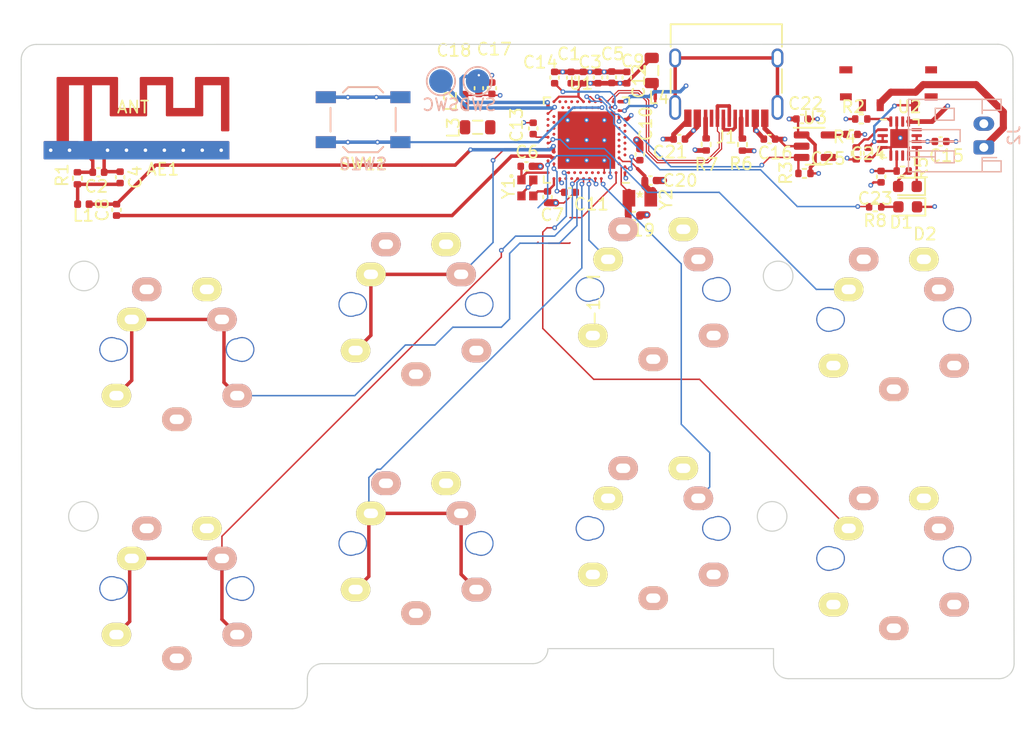
<source format=kicad_pcb>
(kicad_pcb (version 20211014) (generator pcbnew)
  (layers (0 "F.Cu" signal) (1 "In1.Cu" power) (2 "In2.Cu" power) (31 "B.Cu" signal) (34 "B.Paste" user) (35 "F.Paste" user) (36 "B.SilkS" user "B.Silkscreen") (37 "F.SilkS" user "F.Silkscreen") (38 "B.Mask" user) (39 "F.Mask" user) (44 "Edge.Cuts" user))
  (net 0 "")
  (net 1 "VDD_NRF")
  (net 2 "ANTENNA")
  (net 3 "Net-(C4-Pad1)")
  (net 4 "Net-(C6-Pad2)")
  (net 5 "Net-(C7-Pad2)")
  (net 6 "Net-(C8-Pad1)")
  (net 7 "VSS_PA")
  (net 8 "Net-(C10-Pad1)")
  (net 9 "Net-(C11-Pad1)")
  (net 10 "Net-(C13-Pad1)")
  (net 11 "Net-(C14-Pad1)")
  (net 12 "VDDH")
  (net 13 "VBUS")
  (net 14 "Net-(C17-Pad1)")
  (net 15 "Net-(C19-Pad1)")
  (net 16 "Net-(C20-Pad1)")
  (net 17 "VBAT")
  (net 18 "EXT_VCC")
  (net 19 "Net-(D1-Pad1)")
  (net 20 "Net-(D1-Pad2)")
  (net 21 "Net-(J1-PadA5)")
  (net 22 "D+")
  (net 23 "D-")
  (net 25 "Net-(J1-PadB5)")
  (net 27 "unconnected-(J1-PadS1)")
  (net 28 "Net-(L2-Pad2)")
  (net 29 "Net-(L3-Pad2)")
  (net 30 "Net-(D2-Pad2)")
  (net 31 "Net-(R2-Pad1)")
  (net 32 "POWER_PIN")
  (net 33 "Net-(R4-Pad2)")
  (net 34 "031")
  (net 35 "029")
  (net 36 "002")
  (net 37 "115")
  (net 38 "113")
  (net 41 "SWC")
  (net 42 "RESET")
  (net 47 "SWD")
  (net 48 "BLED")
  (net 49 "017")
  (net 50 "020")
  (net 51 "022")
  (net 52 "024")
  (net 53 "100")
  (net 59 "111")
  (net 60 "026")
  (net 63 "010")
  (net 65 "TXD")
  (net 66 "009")
  (net 68 "RXD")
  (net 70 "107")
  (net 72 "106")
  (net 73 "011")
  (net 75 "012")
  (net 76 "104")
  (net 78 "102")
  (net 79 "101")
  (net 84 "+BATT")
  (net 85 "GND")
  (net 86 "Net-(U1-PadAB2)")
  (footprint "Resistor_SMD:R_0402_1005Metric" (layer "F.Cu") (at 86.174 26.925 180)
    (fp_text reference "R8")
    (fp_text value "1k")
  )
  (footprint "Resistor_SMD:R_0402_1005Metric" (layer "F.Cu") (at 85 19.5 180)
    (fp_text reference "R2")
    (fp_text value "10k")
  )
  (footprint "Capacitor_SMD:C_0402_1005Metric" (layer "F.Cu") (at 59.1 16 90)
    (fp_text reference "C14")
    (fp_text value "4.7uf")
  )
  (footprint "footprints:CherryMX_Choc_1u_reversible" (layer "F.Cu") (at 87.747974 56.642)
    (fp_text reference "SW7" hide)
    (fp_text value "I" hide)
  )
  (footprint "footprints:CherryMX_Choc_1u_reversible" (layer "F.Cu") (at 27.192974 59.182)
    (fp_text reference "SW9" hide)
    (fp_text value "0" hide)
  )
  (footprint "Capacitor_SMD:C_0402_1005Metric" (layer "F.Cu") (at 67.2 24.7)
    (fp_text reference "C20")
    (fp_text value "12pF")
  )
  (footprint "Capacitor_SMD:C_0402_1005Metric" (layer "F.Cu") (at 80 19.5 180)
    (fp_text reference "C22")
    (fp_text value "4.7uf")
  )
  (footprint "Inductor_SMD:L_0805_2012Metric" (layer "F.Cu") (at 67.3 15.4 90)
    (fp_text reference "L4")
    (fp_text value "10uH")
  )
  (footprint "Package_DFN_QFN:VQFN-16-1EP_3x3mm_P0.5mm_EP1.6x1.6mm" (layer "F.Cu") (at 88.246 21.155)
    (fp_text reference "U2")
    (fp_text value "BQ24075RGT")
  )
  (footprint "Resistor_SMD:R_0402_1005Metric" (layer "F.Cu") (at 88.5 23.9 180)
    (fp_text reference "R5")
    (fp_text value "10k")
  )
  (footprint "Button_Switch_SMD:SW_SPST_TL3342" (layer "F.Cu") (at 42.926 19.558 180)
    (fp_text reference "SW11")
    (fp_text value "Reset Switch Back")
  )
  (footprint "Resistor_SMD:R_0402_1005Metric" (layer "F.Cu") (at 18.796 24.511 -90)
    (fp_text reference "R1")
    (fp_text value "0")
  )
  (footprint "footprints:CherryMX_Choc_1u_reversible" (layer "F.Cu") (at 67.427974 54.102)
    (fp_text reference "SW8" hide)
    (fp_text value "S" hide)
  )
  (footprint "Capacitor_SMD:C_0402_1005Metric" (layer "F.Cu") (at 62.765552 15.994829 90)
    (fp_text reference "C5")
    (fp_text value "100nf")
  )
  (footprint "Resistor_SMD:R_0402_1005Metric" (layer "F.Cu") (at 80.2 24.1 180)
    (fp_text reference "R3")
    (fp_text value "10M")
  )
  (footprint "Capacitor_SMD:C_0402_1005Metric" (layer "F.Cu") (at 60.497 16 90)
    (fp_text reference "C1")
    (fp_text value "4.7uf")
  )
  (footprint "MyAntennas:SWRA117D" (layer "F.Cu") (at 23.739974 19.431)
    (fp_text reference "AE1")
    (fp_text value "ANT")
  )
  (footprint "Inductor_SMD:L_0805_2012Metric" (layer "F.Cu") (at 52.6 20.2)
    (fp_text reference "L3")
    (fp_text value "10uH")
  )
  (footprint "footprints:CherryMX_Choc_1u_reversible" (layer "F.Cu") (at 47.392974 55.372)
    (fp_text reference "SW2" hide)
    (fp_text value "A" hide)
  )
  (footprint "Package_DFN_QFN:Nordic_AQFN-73-1EP_7x7mm_P0.5mm" (layer "F.Cu") (at 61.7915 21.2875 180)
    (fp_text reference "U1")
    (fp_text value "nRF52840")
  )
  (footprint "Capacitor_SMD:C_0402_1005Metric" (layer "F.Cu") (at 20.574 24.003)
    (fp_text reference "C2")
    (fp_text value "1.5pF")
  )
  (footprint "LED_SMD:LED_0603_1608Metric" (layer "F.Cu") (at 88.9 25.2 180)
    (fp_text reference "D1")
    (fp_text value "ORANGE")
  )
  (footprint "Capacitor_SMD:C_0402_1005Metric" (layer "F.Cu") (at 53.8 16.9 90)
    (fp_text reference "C17")
    (fp_text value "1uF")
  )
  (footprint "Capacitor_SMD:C_0402_1005Metric" (layer "F.Cu") (at 91.7 21.4)
    (fp_text reference "C15")
    (fp_text value "4.7uf")
  )
  (footprint "Capacitor_SMD:C_0402_1005Metric" (layer "F.Cu") (at 63.926 15.972 90)
    (fp_text reference "C9")
    (fp_text value "100nf")
  )
  (footprint "Resistor_SMD:R_0402_1005Metric" (layer "F.Cu") (at 71.9 21.650049 -90)
    (fp_text reference "R7")
    (fp_text value "5.1k")
  )
  (footprint "footprints:FC-12M 32.7680KA-A3" (layer "F.Cu") (at 66.3 26.2 180)
    (fp_text reference "Y2")
    (fp_text value " FC-12M")
  )
  (footprint "footprints:switch_MSK-12C02_smd" (layer "F.Cu") (at 87.3 15.1375 -90)
    (fp_text reference "SW1")
    (fp_text value "Power Switch")
  )
  (footprint "footprints:CherryMX_Choc_1u_reversible" (layer "F.Cu") (at 47.392974 35.172)
    (fp_text reference "SW5" hide)
    (fp_text value "Y" hide)
  )
  (footprint "Capacitor_SMD:C_0402_1005Metric" (layer "F.Cu") (at 77.250753 21.2)
    (fp_text reference "C16")
    (fp_text value "4.7uf")
  )
  (footprint "Capacitor_SMD:C_0402_1005Metric" (layer "F.Cu") (at 58.5 26.1 90)
    (fp_text reference "C7")
    (fp_text value "12pF")
  )
  (footprint "Connector_USB:USB_C_Receptacle_HRO_TYPE-C-31-M-12" (layer "F.Cu") (at 73.602292 15.39187 180)
    (fp_text reference "J1")
    (fp_text value "USB_C_Receptacle_USB2.0")
  )
  (footprint "Capacitor_SMD:C_0402_1005Metric" (layer "F.Cu") (at 61.513 16 90)
    (fp_text reference "C3")
    (fp_text value "100nf")
  )
  (footprint "Capacitor_SMD:C_0402_1005Metric" (layer "F.Cu") (at 56.72 23.5 180)
    (fp_text reference "C6")
    (fp_text value "12pF")
  )
  (footprint "Capacitor_SMD:C_0402_1005Metric" (layer "F.Cu") (at 60.4 25.7)
    (fp_text reference "C11")
    (fp_text value "100pf")
  )
  (footprint "Capacitor_SMD:C_0402_1005Metric" (layer "F.Cu") (at 84.2 20.8 180)
    (fp_text reference "C25")
    (fp_text value "4.7uf")
  )
  (footprint "Capacitor_SMD:C_0402_1005Metric" (layer "F.Cu") (at 65.196 16 90)
    (fp_text reference "C12")
    (fp_text value "1uf")
  )
  (footprint "Inductor_SMD:L_0402_1005Metric" (layer "F.Cu") (at 51.5 17.9 -90)
    (fp_text reference "L2")
    (fp_text value "15nH")
  )
  (footprint "Capacitor_SMD:C_0402_1005Metric" (layer "F.Cu") (at 22.1 27.18 -90)
    (fp_text reference "C8")
    (fp_text value "1pF")
  )
  (footprint "LED_SMD:LED_0603_1608Metric" (layer "F.Cu") (at 88.924 26.925 180)
    (fp_text reference "D2")
    (fp_text value "BLUE")
  )
  (footprint "footprints:CherryMX_Choc_1u_reversible" (layer "F.Cu") (at 67.427974 33.902)
    (fp_text reference "SW4" hide)
    (fp_text value "R" hide)
  )
  (footprint "Capacitor_SMD:C_0402_1005Metric" (layer "F.Cu") (at 65.8 27.7)
    (fp_text reference "C19")
    (fp_text value "12pF")
  )
  (footprint "Capacitor_SMD:C_0402_1005Metric" (layer "F.Cu") (at 22.402982 24.433916 90)
    (fp_text reference "C4")
    (fp_text value "1pF")
  )
  (footprint "footprints:CherryMX_Choc_1u_reversible" (layer "F.Cu") (at 87.747974 36.442)
    (fp_text reference "SW3" hide)
    (fp_text value "E" hide)
  )
  (footprint "Capacitor_SMD:C_0402_1005Metric" (layer "F.Cu") (at 86.674 24.375 90)
    (fp_text reference "C23")
    (fp_text value "4.7uf")
  )
  (footprint "Capacitor_SMD:C_0402_1005Metric" (layer "F.Cu") (at 69.630753 21.2)
    (fp_text reference "C21")
    (fp_text value "1uf")
  )
  (footprint "Resistor_SMD:R_0402_1005Metric" (layer "F.Cu") (at 84.574 22.406 90)
    (fp_text reference "R4")
    (fp_text value "10k")
  )
  (footprint "Package_TO_SOT_SMD:SOT-23-5" (layer "F.Cu") (at 81.1 21.8)
    (fp_text reference "U3")
    (fp_text value "XC6220B331MR")
  )
  (footprint "footprints:CherryMX_Choc_1u_reversible" (layer "F.Cu") (at 27.192974 38.982)
    (fp_text reference "SW6" hide)
    (fp_text value "T" hide)
  )
  (footprint "Capacitor_SMD:C_0402_1005Metric" (layer "F.Cu") (at 85.574 22.406 -90)
    (fp_text reference "C24")
    (fp_text value "4.7uf")
  )
  (footprint "Capacitor_SMD:C_0402_1005Metric" (layer "F.Cu") (at 66.3 22.5 90)
    (fp_text reference "C10")
    (fp_text value "100nf")
  )
  (footprint "footprints:OSC_XRCGB32M000F1H50R0" (layer "F.Cu") (at 56.8 25.328)
    (fp_text reference "Y1")
    (fp_text value "32MHz xRCGB32M000F1H50R0")
  )
  (footprint "Inductor_SMD:L_0402_1005Metric" (layer "F.Cu") (at 19.3 26.7)
    (fp_text reference "L1")
    (fp_text value "3.9nH")
  )
  (footprint "Capacitor_SMD:C_0402_1005Metric" (layer "F.Cu") (at 52.7 16.9 90)
    (fp_text reference "C18")
    (fp_text value "47nF")
  )
  (footprint "Resistor_SMD:R_0402_1005Metric" (layer "F.Cu") (at 74.964753 21.664 -90)
    (fp_text reference "R6")
    (fp_text value "5.1k")
  )
  (footprint "Capacitor_SMD:C_0402_1005Metric" (layer "F.Cu") (at 57.29 20.3 90)
    (fp_text reference "C13")
    (fp_text value "820pf")
  )
  (footprint "TestPoint:TestPoint_Pad_D2.0mm" (layer "B.Cu") (at 52.6 16.3)
    (fp_text reference "SWD")
    (fp_text value "TestPoint_Pad_D2.0mm")
  )
  (footprint "Connector_JST:JST_PH_S2B-PH-K_1x02_P2.00mm_Horizontal" (layer "B.Cu") (at 95.35 21.9 90)
    (fp_text reference "J2")
    (fp_text value "JST Battery")
  )
  (footprint "Button_Switch_SMD:SW_SPST_TL3342" (layer "B.Cu") (at 42.926 19.558)
    (fp_text reference "SW10")
    (fp_text value "Reset Switch Front")
  )
  (footprint "TestPoint:TestPoint_Pad_D2.0mm" (layer "B.Cu") (at 49.5 16.3)
    (fp_text reference "SWC")
    (fp_text value "TestPoint_Pad_D2.0mm")
  )
  (gr_arc (start 38.217974 66.802) (mid 38.589948 65.903974) (end 39.487974 65.532) (layer "Edge.Cuts") (width 0.1))
  (gr_arc (start 38.217974 68.072) (mid 37.846 68.970026) (end 36.947974 69.342) (layer "Edge.Cuts") (width 0.1))
  (gr_circle (center 77.978 32.766) (end 79.228 32.766) (layer "Edge.Cuts") (width 0.1) (fill none))
  (gr_line (start 77.587974 64.262) (end 77.587974 65.532) (layer "Edge.Cuts") (width 0.1))
  (gr_line (start 38.217974 68.072) (end 38.217974 66.802) (layer "Edge.Cuts") (width 0.1))
  (gr_arc (start 96.541954 13.185013) (mid 97.439996 13.556978) (end 97.811954 14.455013) (layer "Edge.Cuts") (width 0.1))
  (gr_line (start 15.357974 69.342) (end 36.947974 69.342) (layer "Edge.Cuts") (width 0.1))
  (gr_line (start 96.541954 13.185013) (end 15.32 13.2) (layer "Edge.Cuts") (width 0.1))
  (gr_arc (start 58.537974 64.262) (mid 58.166 65.160026) (end 57.267974 65.532) (layer "Edge.Cuts") (width 0.1))
  (gr_arc (start 14.05 14.47) (mid 14.421973 13.571965) (end 15.32 13.2) (layer "Edge.Cuts") (width 0.1))
  (gr_arc (start 78.857974 66.802) (mid 77.959948 66.430026) (end 77.587974 65.532) (layer "Edge.Cuts") (width 0.1))
  (gr_circle (center 19.304 53.086) (end 20.554 53.086) (layer "Edge.Cuts") (width 0.1) (fill none))
  (gr_line (start 58.537974 64.262) (end 77.587974 64.262) (layer "Edge.Cuts") (width 0.1))
  (gr_arc (start 15.357974 69.342) (mid 14.459948 68.970026) (end 14.087974 68.072) (layer "Edge.Cuts") (width 0.1))
  (gr_line (start 39.487974 65.532) (end 57.267974 65.532) (layer "Edge.Cuts") (width 0.1))
  (gr_circle (center 77.47 53.086) (end 78.72 53.086) (layer "Edge.Cuts") (width 0.1) (fill none))
  (gr_line (start 78.857974 66.802) (end 96.637974 66.802) (layer "Edge.Cuts") (width 0.1))
  (gr_arc (start 97.907974 65.532) (mid 97.536 66.430026) (end 96.637974 66.802) (layer "Edge.Cuts") (width 0.1))
  (gr_line (start 97.907974 65.532) (end 97.811954 14.455013) (layer "Edge.Cuts") (width 0.1))
  (gr_line (start 14.05 14.47) (end 14.087974 68.072) (layer "Edge.Cuts") (width 0.1))
  (gr_circle (center 19.352 32.766) (end 20.602 32.766) (layer "Edge.Cuts") (width 0.1) (fill none))
  (segment (start 59.5415 24.7415) (end 59.7 24.9) (width 0.2) (layer "F.Cu") (net 1))
  (segment (start 61.118503 16.874497) (end 61.513 16.48) (width 0.2) (layer "F.Cu") (net 1))
  (segment (start 65.196 16.48) (end 65.196 16.4415) (width 0.29337) (layer "F.Cu") (net 1))
  (segment (start 64.62 16.48) (end 65.196 16.48) (width 0.4) (layer "F.Cu") (net 1))
  (segment (start 65.0415 19.5375) (end 65.218774 19.5375) (width 0.29337) (layer "F.Cu") (net 1))
  (segment (start 65.0415 24.0375) (end 65.0415 24.4255) (width 0.2) (layer "F.Cu") (net 1))
  (segment (start 65.196 16.4415) (end 67.3 14.3375) (width 0.29337) (layer "F.Cu") (net 1))
  (segment (start 59.5415 24.5375) (end 59.5415 24.7415) (width 0.2) (layer "F.Cu") (net 1))
  (segment (start 65.0415 24.4255) (end 65.116 24.5) (width 0.2) (layer "F.Cu") (net 1))
  (segment (start 60.497 16.48) (end 62.12 16.48) (width 0.4) (layer "F.Cu") (net 1))
  (segment (start 62.12 16.48) (end 64.62 16.48) (width 0.4) (layer "F.Cu") (net 1))
  (segment (start 61.118503 17.614503) (end 59.464497 17.614503) (width 0.175006) (layer "F.Cu") (net 1))
  (segment (start 65.218774 19.5375) (end 65.566731 19.189543) (width 0.29337) (layer "F.Cu") (net 1))
  (segment (start 61.118503 17.614503) (end 61.118503 16.874497) (width 0.2) (layer "F.Cu") (net 1))
  (segment (start 61.5415 18.0375) (end 61.118503 17.614503) (width 0.175006) (layer "F.Cu") (net 1))
  (segment (start 59.464497 17.614503) (end 59.0415 18.0375) (width 0.175006) (layer "F.Cu") (net 1))
  (via (at 62.12 16.48) (size 0.4) (drill 0.2) (layers "F.Cu" "B.Cu") (net 1))
  (via (at 59.7 24.9) (size 0.4) (drill 0.2) (layers "F.Cu" "B.Cu") (net 1))
  (via (at 65.116 24.5) (size 0.4) (drill 0.2) (layers "F.Cu" "B.Cu") (net 1))
  (via (at 65.566731 19.189543) (size 0.4) (drill 0.2) (layers "F.Cu" "B.Cu") (net 1))
  (via (at 64.62 16.48) (size 0.4) (drill 0.2) (layers "F.Cu" "B.Cu") (net 1))
  (segment (start 18.796 24.001) (end 20.092 24.001) (width 0.29337) (layer "F.Cu") (net 2))
  (segment (start 20.094 23.025026) (end 19.679974 22.611) (width 0.29337) (layer "F.Cu") (net 2))
  (segment (start 20.094 24.003) (end 20.094 23.025026) (width 0.29337) (layer "F.Cu") (net 2))
  (segment (start 20.092 24.001) (end 20.094 24.003) (width 0.29337) (layer "F.Cu") (net 2))
  (segment (start 18.815 25.04) (end 18.796 25.021) (width 0.29337) (layer "F.Cu") (net 3))
  (segment (start 22.295898 25.021) (end 22.402982 24.913916) (width 0.29337) (layer "F.Cu") (net 3))
  (segment (start 18.796 25.021) (end 22.295898 25.021) (width 0.29337) (layer "F.Cu") (net 3))
  (segment (start 18.815 26.7) (end 18.815 25.04) (width 0.29337) (layer "F.Cu") (net 3))
  (segment (start 56.3 24.474) (end 56.7365 24.0375) (width 0.2) (layer "F.Cu") (net 4))
  (segment (start 56.3 24.653) (end 56.3 23.56) (width 0.2) (layer "F.Cu") (net 4))
  (segment (start 56.3 23.56) (end 56.24 23.5) (width 0.2) (layer "F.Cu") (net 4))
  (segment (start 56.7365 24.0375) (end 58.5415 24.0375) (width 0.2) (layer "F.Cu") (net 4))
  (segment (start 56.3 24.653) (end 56.3 24.474) (width 0.2) (layer "F.Cu") (net 4))
  (segment (start 59.0415 25.0785) (end 58.5 25.62) (width 0.2) (layer "F.Cu") (net 5))
  (segment (start 58.5 25.62) (end 57.683 25.62) (width 0.2) (layer "F.Cu") (net 5))
  (segment (start 57.683 25.62) (end 57.3 26.003) (width 0.2) (layer "F.Cu") (net 5))
  (segment (start 59.0415 24.5375) (end 59.0415 25.0785) (width 0.2) (layer "F.Cu") (net 5))
  (segment (start 25.4 23.4) (end 47.9 23.4) (width 0.29337) (layer "F.Cu") (net 6))
  (segment (start 59 22.246) (end 59.0415 22.2875) (width 0.29337) (layer "F.Cu") (net 6))
  (segment (start 50.7 23.4) (end 52 22.1) (width 0.29337) (layer "F.Cu") (net 6))
  (segment (start 22.1 26.7) (end 19.785 26.7) (width 0.29337) (layer "F.Cu") (net 6))
  (segment (start 22.1 26.7) (end 25.4 23.4) (width 0.29337) (layer "F.Cu") (net 6))
  (segment (start 47.9 23.4) (end 50.7 23.4) (width 0.29337) (layer "F.Cu") (net 6))
  (segment (start 59 21.8) (end 59 22.246) (width 0.29337) (layer "F.Cu") (net 6))
  (via (at 59 21.8) (size 0.4) (drill 0.2) (layers "F.Cu" "B.Cu") (net 6))
  (via (at 52 22.1) (size 0.4) (drill 0.2) (layers "F.Cu" "B.Cu") (net 6))
  (segment (start 58.7 22.1) (end 59 21.8) (width 0.29337) (layer "B.Cu") (net 6))
  (segment (start 52 22.1) (end 58.7 22.1) (width 0.29337) (layer "B.Cu") (net 6))
  (segment (start 58.8875 22.7875) (end 59.0415 22.7875) (width 0.29337) (layer "F.Cu") (net 7))
  (segment (start 22.1 27.66) (end 50.44 27.66) (width 0.29337) (layer "F.Cu") (net 7))
  (segment (start 58.738815 22.638815) (end 58.8875 22.7875) (width 0.29337) (layer "F.Cu") (net 7))
  (segment (start 50.44 27.66) (end 55.461185 22.638815) (width 0.29337) (layer "F.Cu") (net 7))
  (segment (start 55.461185 22.638815) (end 58.738815 22.638815) (width 0.29337) (layer "F.Cu") (net 7))
  (segment (start 65.204 23.7) (end 65.0415 23.5375) (width 0.127) (layer "F.Cu") (net 8))
  (segment (start 66.08 23.18) (end 65.6 22.7) (width 0.127) (layer "F.Cu") (net 8))
  (segment (start 65.5 23.7) (end 65.204 23.7) (width 0.127) (layer "F.Cu") (net 8))
  (segment (start 66.3 23.18) (end 66.08 23.18) (width 0.127) (layer "F.Cu") (net 8))
  (via (at 65.6 22.7) (size 0.4) (drill 0.2) (layers "F.Cu" "B.Cu") (net 8))
  (via (at 65.5 23.7) (size 0.4) (drill 0.2) (layers "F.Cu" "B.Cu") (net 8))
  (segment (start 65.6 23.6) (end 65.5 23.7) (width 0.127) (layer "B.Cu") (net 8))
  (segment (start 65.6 22.7) (end 65.6 23.6) (width 0.127) (layer "B.Cu") (net 8))
  (segment (start 59.0415 23.698498) (end 59.039998 23.7) (width 0.127) (layer "F.Cu") (net 9))
  (segment (start 59.3 25.6) (end 59.92 25.6) (width 0.127) (layer "F.Cu") (net 9))
  (segment (start 59.0415 23.2875) (end 59.0415 23.698498) (width 0.127) (layer "F.Cu") (net 9))
  (via (at 59.3 25.6) (size 0.4) (drill 0.2) (layers "F.Cu" "B.Cu") (net 9))
  (via (at 59.039998 23.7) (size 0.4) (drill 0.2) (layers "F.Cu" "B.Cu") (net 9))
  (segment (start 59.3 23.960002) (end 59.3 25.6) (width 0.127) (layer "B.Cu") (net 9))
  (segment (start 59.039998 23.7) (end 59.3 23.960002) (width 0.127) (layer "B.Cu") (net 9))
  (segment (start 57.5475 21.0375) (end 57.29 20.78) (width 0.127) (layer "F.Cu") (net 10))
  (segment (start 58.5415 21.0375) (end 57.5475 21.0375) (width 0.127) (layer "F.Cu") (net 10))
  (segment (start 64.196102 18.496718) (end 63.832282 18.496718) (width 0.175006) (layer "F.Cu") (net 11))
  (segment (start 59.1 16.48) (end 59.1 16.5) (width 0.175006) (layer "F.Cu") (net 11))
  (segment (start 63.832282 18.496718) (end 63.7915 18.5375) (width 0.175006) (layer "F.Cu") (net 11))
  (segment (start 59.1 16.5) (end 59.8 17.2) (width 0.175006) (layer "F.Cu") (net 11))
  (via (at 59.8 17.2) (size 0.4) (drill 0.2) (layers "F.Cu" "B.Cu") (net 11))
  (via (at 64.196102 18.496718) (size 0.4) (drill 0.2) (layers "F.Cu" "B.Cu") (net 11))
  (segment (start 59.8 17.2) (end 62.899384 17.2) (width 0.175006) (layer "B.Cu") (net 11))
  (segment (start 64.196102 18.496718) (end 64.196102 17.596102) (width 0.127) (layer "B.Cu") (net 11))
  (segment (start 64.196102 17.596102) (end 63.8 17.2) (width 0.127) (layer "B.Cu") (net 11))
  (segment (start 63.8 17.2) (end 62.899384 17.2) (width 0.127) (layer "B.Cu") (net 11))
  (segment (start 80.71 24.1) (end 80.71 23.59) (width 0.29337) (layer "F.Cu") (net 12))
  (segment (start 90.595 21.405) (end 90.6 21.4) (width 0.2) (layer "F.Cu") (net 12))
  (segment (start 64.5415 19.2875) (end 64.5415 19.698498) (width 0.2) (layer "F.Cu") (net 12))
  (segment (start 87.895 23.895) (end 87.99 23.8) (width 0.2) (layer "F.Cu") (net 12))
  (segment (start 64.5415 19.698498) (end 64.543002 19.7) (width 0.2) (layer "F.Cu") (net 12))
  (segment (start 81.1 23.2) (end 81.1 21.675819) (width 0.29337) (layer "F.Cu") (net 12))
  (segment (start 79.908159 20.85) (end 79.6625 20.85) (width 0.2) (layer "F.Cu") (net 12))
  (segment (start 79.6625 20.85) (end 79.6625 19.6425) (width 0.2) (layer "F.Cu") (net 12))
  (segment (start 79.6625 19.6425) (end 79.52 19.5) (width 0.2) (layer "F.Cu") (net 12))
  (segment (start 80.274181 20.85) (end 79.9625 20.85) (width 0.29337) (layer "F.Cu") (net 12))
  (segment (start 87.99 22.5985) (end 87.996 22.5925) (width 0.2) (layer "F.Cu") (net 12))
  (segment (start 80.71 23.59) (end 81.1 23.2) (width 0.29337) (layer "F.Cu") (net 12))
  (segment (start 87.99 23.8) (end 87.99 22.5985) (width 0.2) (layer "F.Cu") (net 12))
  (segment (start 81.1 21.675819) (end 80.274181 20.85) (width 0.29337) (layer "F.Cu") (net 12))
  (segment (start 80.71 24.1) (end 81.4 24.1) (width 0.2) (layer "F.Cu") (net 12))
  (segment (start 91.22 21.4) (end 90.6 21.4) (width 0.2) (layer "F.Cu") (net 12))
  (segment (start 86.674 23.895) (end 87.895 23.895) (width 0.2) (layer "F.Cu") (net 12))
  (segment (start 89.6835 21.405) (end 90.595 21.405) (width 0.2) (layer "F.Cu") (net 12))
  (segment (start 89.6835 20.905) (end 89.6835 21.405) (width 0.2) (layer "F.Cu") (net 12))
  (segment (start 85.905 23.895) (end 85.9 23.9) (width 0.2) (layer "F.Cu") (net 12))
  (segment (start 86.674 23.895) (end 85.905 23.895) (width 0.2) (layer "F.Cu") (net 12))
  (segment (start 78.9 19.5) (end 79.52 19.5) (width 0.4) (layer "F.Cu") (net 12))
  (via (at 64.543002 19.7) (size 0.4) (drill 0.2) (layers "F.Cu" "B.Cu") (net 12))
  (via (at 90.6 21.4) (size 0.4) (drill 0.2) (layers "F.Cu" "B.Cu") (net 12))
  (via (at 85.9 23.9) (size 0.4) (drill 0.2) (layers "F.Cu" "B.Cu") (net 12))
  (via (at 78.9 19.5) (size 0.4) (drill 0.2) (layers "F.Cu" "B.Cu") (net 12))
  (via (at 81.4 24.1) (size 0.4) (drill 0.2) (layers "F.Cu" "B.Cu") (net 12))
  (segment (start 76.770753 21.2) (end 76.150753 20.5) (width 0.4) (layer "F.Cu") (net 13))
  (segment (start 64.5415 18.0375) (end 65.0625 18.0375) (width 0.3) (layer "F.Cu") (net 13))
  (segment (start 70.830753 20.48) (end 71.152292 20.158461) (width 0.4) (layer "F.Cu") (net 13))
  (segment (start 71.152292 20.158461) (end 71.152292 19.43687) (width 0.4) (layer "F.Cu") (net 13))
  (segment (start 76.150753 20.5) (end 76.052292 20.481539) (width 0.4) (layer "F.Cu") (net 13))
  (segment (start 65.0625 18.0375) (end 65.1 18) (width 0.3) (layer "F.Cu") (net 13))
  (segment (start 90.9825 19.7175) (end 92.3 18.4) (width 0.4) (layer "F.Cu") (net 13))
  (segment (start 70.110753 21.2) (end 70.830753 20.48) (width 0.4) (layer "F.Cu") (net 13))
  (segment (start 88.996 19.7175) (end 90.9825 19.7175) (width 0.4) (layer "F.Cu") (net 13))
  (segment (start 76.052292 20.481539) (end 76.052292 19.43687) (width 0.4) (layer "F.Cu") (net 13))
  (via (at 70.2 16.7) (size 0.4) (drill 0.2) (layers "F.Cu" "B.Cu") (net 13))
  (via (at 76.150753 20.5) (size 0.4) (drill 0.2) (layers "F.Cu" "B.Cu") (net 13))
  (via (at 92.3 18.4) (size 0.4) (drill 0.2) (layers "F.Cu" "B.Cu") (net 13))
  (via (at 70.830753 20.48) (size 0.4) (drill 0.2) (layers "F.Cu" "B.Cu") (net 13))
  (via (at 65.1 18) (size 0.4) (drill 0.2) (layers "F.Cu" "B.Cu") (net 13))
  (segment (start 67.1 17.6) (end 65.5 17.6) (width 0.29337) (layer "B.Cu") (net 13))
  (segment (start 67.1 17.6) (end 67.501815 17.198185) (width 0.29337) (layer "B.Cu") (net 13))
  (segment (start 69.701815 17.198185) (end 70.2 16.7) (width 0.29337) (layer "B.Cu") (net 13))
  (segment (start 65.5 17.6) (end 65.1 18) (width 0.29337) (layer "B.Cu") (net 13))
  (segment (start 67.501815 17.198185) (end 69.701815 17.198185) (width 0.29337) (layer "B.Cu") (net 13))
  (segment (start 63.7915 24.0375) (end 63.7915 24.4915) (width 0.127) (layer "F.Cu") (net 14))
  (segment (start 58.5415 23.345546) (end 58.51174 23.375306) (width 0.127) (layer "F.Cu") (net 14))
  (segment (start 63.7915 24.4915) (end 63.8 24.5) (width 0.127) (layer "F.Cu") (net 14))
  (segment (start 54.5 17.5) (end 51.585 17.5) (width 0.127) (layer "F.Cu") (net 14))
  (segment (start 58.5415 23.0375) (end 58.5415 23.345546) (width 0.127) (layer "F.Cu") (net 14))
  (segment (start 57.7 29.915) (end 57.615 30) (width 0.127) (layer "F.Cu") (net 14))
  (via (at 54.5 17.5) (size 0.4) (drill 0.2) (layers "F.Cu" "B.Cu") (net 14))
  (via (at 63.8 24.4) (size 0.4) (drill 0.2) (layers "F.Cu" "B.Cu") (net 14))
  (via (at 58.51174 23.375306) (size 0.4) (drill 0.2) (layers "F.Cu" "B.Cu") (net 14))
  (segment (start 58.51174 26.18826) (end 57.7 27) (width 0.127) (layer "B.Cu") (net 14))
  (segment (start 63.8 24.5) (end 63.8 22.947749) (width 0.127) (layer "B.Cu") (net 14))
  (segment (start 63.452251 22.6) (end 59.287046 22.6) (width 0.127) (layer "B.Cu") (net 14))
  (segment (start 63.8 22.947749) (end 63.452251 22.6) (width 0.127) (layer "B.Cu") (net 14))
  (segment (start 59.287046 22.6) (end 58.51174 23.375306) (width 0.127) (layer "B.Cu") (net 14))
  (segment (start 58.51174 23.375306) (end 58.51174 26.18826) (width 0.127) (layer "B.Cu") (net 14))
  (segment (start 64.726 25.0482) (end 64.726 23.472) (width 0.127) (layer "F.Cu") (net 15))
  (segment (start 65.3778 25.7) (end 64.726 25.0482) (width 0.127) (layer "F.Cu") (net 15))
  (segment (start 65.32 27.6) (end 65.32 26.2578) (width 0.6) (layer "F.Cu") (net 15))
  (segment (start 65.32 25.7578) (end 65.3778 25.7) (width 0.6) (layer "F.Cu") (net 15))
  (segment (start 64.726 23.472) (end 64.5415 23.2875) (width 0.127) (layer "F.Cu") (net 15))
  (segment (start 66.6 24.2) (end 66.1 23.7) (width 0.127) (layer "F.Cu") (net 16))
  (segment (start 66.72 24.2) (end 66.6 24.2) (width 0.127) (layer "F.Cu") (net 16))
  (segment (start 64.8445 23.0905) (end 64.5415 22.7875) (width 0.127) (layer "F.Cu") (net 16))
  (segment (start 66.72 24.7) (end 66.72 24.32) (width 0.29337) (layer "F.Cu") (net 16))
  (segment (start 65.4905 23.0905) (end 64.8445 23.0905) (width 0.127) (layer "F.Cu") (net 16))
  (segment (start 66.72 25.1978) (end 67.2222 25.7) (width 0.6) (layer "F.Cu") (net 16))
  (segment (start 64.654 22.9) (end 64.5415 22.7875) (width 0.127) (layer "F.Cu") (net 16))
  (segment (start 66.72 25.1978) (end 66.72 24.7) (width 0.6) (layer "F.Cu") (net 16))
  (segment (start 67.38 25.5422) (end 67.2222 25.7) (width 0.6) (layer "F.Cu") (net 16))
  (segment (start 66.1 23.7) (end 65.4905 23.0905) (width 0.127) (layer "F.Cu") (net 16))
  (segment (start 66.72 24.32) (end 66.1 23.7) (width 0.29337) (layer "F.Cu") (net 16))
  (segment (start 86.8085 21.405) (end 86.8085 20.905) (width 0.2) (layer "F.Cu") (net 17))
  (segment (start 85.574 21.926) (end 86.095 21.405) (width 0.2) (layer "F.Cu") (net 17))
  (segment (start 86.095 21.405) (end 86.8085 21.405) (width 0.2) (layer "F.Cu") (net 17))
  (segment (start 87.8625 18.3375) (end 87.8 18.4) (width 0.2) (layer "F.Cu") (net 17))
  (segment (start 89.5 18.3375) (end 87.8625 18.3375) (width 0.2) (layer "F.Cu") (net 17))
  (via (at 87.8 18.4) (size 0.4) (drill 0.2) (layers "F.Cu" "B.Cu") (net 17))
  (via (at 86.095 21.405) (size 0.4) (drill 0.2) (layers "F.Cu" "B.Cu") (net 17))
  (segment (start 87.8 18.4) (end 86.095 20.105) (width 0.2) (layer "B.Cu") (net 17))
  (segment (start 86.095 20.105) (end 86.095 21.405) (width 0.2) (layer "B.Cu") (net 17))
  (segment (start 81.9375 20.85) (end 83.47 20.85) (width 0.2) (layer "F.Cu") (net 18))
  (segment (start 89.6835 21.905) (end 89.6835 25.196) (width 0.2) (layer "F.Cu") (net 19))
  (segment (start 89.6835 25.196) (end 89.6875 25.2) (width 0.2) (layer "F.Cu") (net 19))
  (segment (start 88.1125 24.6975) (end 89.01 23.8) (width 0.2) (layer "F.Cu") (net 20))
  (segment (start 88.1125 25.2) (end 88.1125 24.6975) (width 0.2) (layer "F.Cu") (net 20))
  (segment (start 74.852292 21.041539) (end 74.852292 19.43687) (width 0.4) (layer "F.Cu") (net 21))
  (segment (start 74.964753 21.154) (end 74.852292 21.041539) (width 0.4) (layer "F.Cu") (net 21))
  (segment (start 67.841422 23) (end 67.049317 22.207895) (width 0.1) (layer "F.Cu") (net 22))
  (segment (start 67.049317 22.207895) (end 67.049317 17.907895) (width 0.1) (layer "F.Cu") (net 22))
  (segment (start 73.002292 20.674371) (end 73.002292 21.956286) (width 0.1) (layer "F.Cu") (net 22))
  (segment (start 64.479 17.1) (end 63.5415 18.0375) (width 0.1) (layer "F.Cu") (net 22))
  (segment (start 66.241422 17.1) (end 64.479 17.1) (width 0.1) (layer "F.Cu") (net 22))
  (segment (start 67.049317 17.907895) (end 66.241422 17.1) (width 0.1) (layer "F.Cu") (net 22))
  (segment (start 72.852292 19.43687) (end 72.852292 20.524371) (width 0.1) (layer "F.Cu") (net 22))
  (segment (start 72.852292 20.524371) (end 73.002292 20.674371) (width 0.1) (layer "F.Cu") (net 22))
  (segment (start 73.850753 18.4) (end 73.852292 18.401539) (width 0.3) (layer "F.Cu") (net 22))
  (segment (start 73.002292 21.956286) (end 71.958578 23) (width 0.1) (layer "F.Cu") (net 22))
  (segment (start 72.864162 18.4) (end 73.850753 18.4) (width 0.3) (layer "F.Cu") (net 22))
  (segment (start 72.852292 19.43687) (end 72.852292 18.41187) (width 0.3) (layer "F.Cu") (net 22))
  (segment (start 72.852292 18.41187) (end 72.864162 18.4) (width 0.3) (layer "F.Cu") (net 22))
  (segment (start 73.852292 18.401539) (end 73.852292 19.43687) (width 0.3) (layer "F.Cu") (net 22))
  (segment (start 71.958578 23) (end 67.841422 23) (width 0.1) (layer "F.Cu") (net 22))
  (segment (start 64.0415 17.820343) (end 64.0415 18.0375) (width 0.1) (layer "F.Cu") (net 23))
  (segment (start 73.202292 22.03913) (end 72.041422 23.2) (width 0.1) (layer "F.Cu") (net 23))
  (segment (start 67.758578 23.2) (end 66.849317 22.290739) (width 0.1) (layer "F.Cu") (net 23))
  (segment (start 66.849317 17.990739) (end 66.158578 17.3) (width 0.1) (layer "F.Cu") (net 23))
  (segment (start 64.561843 17.3) (end 64.0415 17.820343) (width 0.1) (layer "F.Cu") (net 23))
  (segment (start 72.041422 23.2) (end 67.758578 23.2) (width 0.1) (layer "F.Cu") (net 23))
  (segment (start 74.163422 20.41187) (end 74.352292 20.223) (width 0.3) (layer "F.Cu") (net 23))
  (segment (start 73.352292 20.524371) (end 73.202292 20.674371) (width 0.1) (layer "F.Cu") (net 23))
  (segment (start 66.158578 17.3) (end 64.561843 17.3) (width 0.1) (layer "F.Cu") (net 23))
  (segment (start 73.352292 19.43687) (end 73.352292 20.31187) (width 0.3) (layer "F.Cu") (net 23))
  (segment (start 73.452292 20.41187) (end 74.163422 20.41187) (width 0.3) (layer "F.Cu") (net 23))
  (segment (start 73.202292 20.674371) (end 73.202292 22.03913) (width 0.1) (layer "F.Cu") (net 23))
  (segment (start 73.352292 20.31187) (end 73.452292 20.41187) (width 0.3) (layer "F.Cu") (net 23))
  (segment (start 74.352292 20.223) (end 74.352292 19.43687) (width 0.3) (layer "F.Cu") (net 23))
  (segment (start 73.352292 19.43687) (end 73.352292 20.524371) (width 0.1) (layer "F.Cu") (net 23))
  (segment (start 66.849317 22.290739) (end 66.849317 17.990739) (width 0.1) (layer "F.Cu") (net 23))
  (segment (start 71.852292 21.092341) (end 71.852292 19.43687) (width 0.4) (layer "F.Cu") (net 25))
  (segment (start 71.9 21.140049) (end 71.852292 21.092341) (width 0.4) (layer "F.Cu") (net 25))
  (segment (start 69.282292 14.34187) (end 77.922292 14.34187) (width 0.29337) (layer "F.Cu") (net 27))
  (segment (start 77.922292 14.34187) (end 77.922292 18.52187) (width 0.29337) (layer "F.Cu") (net 27))
  (segment (start 69.282292 18.52187) (end 69.282292 14.34187) (width 0.29337) (layer "F.Cu") (net 27))
  (segment (start 60.3625 30) (end 60.4 29.9625) (width 0.127) (layer "F.Cu") (net 28))
  (segment (start 58.585 30) (end 60.3625 30) (width 0.127) (layer "F.Cu") (net 28))
  (segment (start 61.3625 27.8375) (end 60.4 27.8375) (width 0.127) (layer "F.Cu") (net 29))
  (segment (start 64.2915 24.9085) (end 61.3625 27.8375) (width 0.127) (layer "F.Cu") (net 29))
  (segment (start 64.2915 24.0375) (end 64.2915 24.9085) (width 0.127) (layer "F.Cu") (net 29))
  (segment (start 88.1365 26.925) (end 86.684 26.925) (width 0.2) (layer "F.Cu") (net 30))
  (segment (start 87.2785 19.5) (end 87.496 19.7175) (width 0.2) (layer "F.Cu") (net 31))
  (segment (start 85.51 19.5) (end 87.2785 19.5) (width 0.2) (layer "F.Cu") (net 31))
  (segment (start 79.69 22.7775) (end 79.6625 22.75) (width 0.2) (layer "F.Cu") (net 32))
  (segment (start 63.0415 18.0375) (end 63.0415 17.955503) (width 0.175006) (layer "F.Cu") (net 32))
  (segment (start 79.6625 22.75) (end 77.25 22.75) (width 0.127) (layer "F.Cu") (net 32))
  (segment (start 79.69 24.1) (end 79.69 22.7775) (width 0.2) (layer "F.Cu") (net 32))
  (segment (start 63.0415 17.955503) (end 62.7 17.614003) (width 0.175006) (layer "F.Cu") (net 32))
  (segment (start 77.25 22.75) (end 76.6 23.4) (width 0.127) (layer "F.Cu") (net 32))
  (via (at 62.7 17.614003) (size 0.4) (drill 0.2) (layers "F.Cu" "B.Cu") (net 32))
  (via (at 76.6 23.4) (size 0.4) (drill 0.2) (layers "F.Cu" "B.Cu") (net 32))
  (segment (start 68.547133 23.15188) (end 68.447627 23.052373) (width 0.127) (layer "B.Cu") (net 32))
  (segment (start 68.931754 23.5365) (end 76.4635 23.5365) (width 0.127) (layer "B.Cu") (net 32))
  (segment (start 76.4635 23.5365) (end 76.6 23.4) (width 0.127) (layer "B.Cu") (net 32))
  (segment (start 64.247133 19.1) (end 63.8 18.652867) (width 0.127) (layer "B.Cu") (net 32))
  (segment (start 68.447627 23.052373) (end 68.931754 23.5365) (width 0.127) (layer "B.Cu") (net 32))
  (segment (start 63.8 18.324537) (end 63.089466 17.614003) (width 0.127) (layer "B.Cu") (net 32))
  (segment (start 68.447627 23.052373) (end 64.495253 19.1) (width 0.127) (layer "B.Cu") (net 32))
  (segment (start 63.8 18.652867) (end 63.8 18.324537) (width 0.127) (layer "B.Cu") (net 32))
  (segment (start 63.089466 17.614003) (end 62.7 17.614003) (width 0.127) (layer "B.Cu") (net 32))
  (segment (start 64.495253 19.1) (end 64.247133 19.1) (width 0.127) (layer "B.Cu") (net 32))
  (segment (start 85.573 21.227) (end 86.395 20.405) (width 0.2) (layer "F.Cu") (net 33))
  (segment (start 84.574 21.896) (end 85.243 21.227) (width 0.2) (layer "F.Cu") (net 33))
  (segment (start 86.395 20.405) (end 86.8085 20.405) (width 0.2) (layer "F.Cu") (net 33))
  (segment (start 85.243 21.227) (end 85.573 21.227) (width 0.2) (layer "F.Cu") (net 33))
  (segment (start 63.0415 24.8415) (end 63.2 25) (width 0.127) (layer "F.Cu") (net 34))
  (segment (start 63.0415 24.5375) (end 63.0415 24.8415) (width 0.127) (layer "F.Cu") (net 34))
  (via (at 63.2 25) (size 0.4) (drill 0.2) (layers "F.Cu" "B.Cu") (net 34))
  (segment (start 69.797474 45.297474) (end 72.2 47.7) (width 0.127) (layer "B.Cu") (net 34))
  (segment (start 63.2 25.150477) (end 69.797474 31.747951) (width 0.127) (layer "B.Cu") (net 34))
  (segment (start 72.2 47.7) (end 72.2 50.599974) (width 0.127) (layer "B.Cu") (net 34))
  (segment (start 63.2 25) (end 63.2 25.150477) (width 0.127) (layer "B.Cu") (net 34))
  (segment (start 72.2 50.599974) (end 71.237974 51.562) (width 0.127) (layer "B.Cu") (net 34))
  (segment (start 69.797474 31.747951) (end 69.797474 45.297474) (width 0.127) (layer "B.Cu") (net 34))
  (segment (start 32.292974 42.882) (end 31.176288 41.765314) (width 0.29337) (layer "F.Cu") (net 35))
  (segment (start 31.002974 37.009546) (end 31.002974 36.442) (width 0.127) (layer "F.Cu") (net 35))
  (segment (start 23.382974 36.442) (end 23.382974 41.592) (width 0.29337) (layer "F.Cu") (net 35))
  (segment (start 62.5415 24.5375) (end 62.5415 24.9415) (width 0.127) (layer "F.Cu") (net 35))
  (segment (start 23.382974 36.442) (end 31.002974 36.442) (width 0.29337) (layer "F.Cu") (net 35))
  (segment (start 23.382974 41.592) (end 22.092974 42.882) (width 0.29337) (layer "F.Cu") (net 35))
  (segment (start 62.5415 24.9415) (end 62.6 25) (width 0.127) (layer "F.Cu") (net 35))
  (segment (start 31.176288 37.113948) (end 31.425605 36.864631) (width 0.29337) (layer "F.Cu") (net 35))
  (segment (start 31.259473 37.266045) (end 31.002974 37.009546) (width 0.127) (layer "F.Cu") (net 35))
  (segment (start 31.176288 41.765314) (end 31.176288 37.113948) (width 0.29337) (layer "F.Cu") (net 35))
  (via (at 62.6 25) (size 0.4) (drill 0.2) (layers "F.Cu" "B.Cu") (net 35))
  (segment (start 42.218 42.882) (end 32.292974 42.882) (width 0.127) (layer "B.Cu") (net 35))
  (segment (start 54.6 37.1) (end 50.5 37.1) (width 0.127) (layer "B.Cu") (net 35))
  (segment (start 55.3 30.859473) (end 55.3 36.4) (width 0.127) (layer "B.Cu") (net 35))
  (segment (start 49 38.6) (end 46.5 38.6) (width 0.127) (layer "B.Cu") (net 35))
  (segment (start 46.5 38.6) (end 42.218 42.882) (width 0.127) (layer "B.Cu") (net 35))
  (segment (start 62.6 25) (end 62.2095 24.6095) (width 0.127) (layer "B.Cu") (net 35))
  (segment (start 60.986078 28.513922) (end 59.5 30) (width 0.127) (layer "B.Cu") (net 35))
  (segment (start 61.238249 24.6095) (end 60.986078 24.861671) (width 0.127) (layer "B.Cu") (net 35))
  (segment (start 55.3 36.4) (end 54.6 37.1) (width 0.127) (layer "B.Cu") (net 35))
  (segment (start 59.5 30) (end 56.159473 30) (width 0.127) (layer "B.Cu") (net 35))
  (segment (start 56.159473 30) (end 55.3 30.859473) (width 0.127) (layer "B.Cu") (net 35))
  (segment (start 62.2095 24.6095) (end 61.238249 24.6095) (width 0.127) (layer "B.Cu") (net 35))
  (segment (start 60.986078 24.861671) (end 60.986078 28.513922) (width 0.127) (layer "B.Cu") (net 35))
  (segment (start 50.5 37.1) (end 49 38.6) (width 0.127) (layer "B.Cu") (net 35))
  (segment (start 62.0415 24.9585) (end 62 25) (width 0.127) (layer "F.Cu") (net 36))
  (segment (start 62.0415 24.5375) (end 62.0415 24.9585) (width 0.127) (layer "F.Cu") (net 36))
  (via (at 62 25) (size 0.4) (drill 0.2) (layers "F.Cu" "B.Cu") (net 36))
  (segment (start 62 29.744026) (end 63.617974 31.362) (width 0.127) (layer "B.Cu") (net 36))
  (segment (start 62 25) (end 62 29.744026) (width 0.127) (layer "B.Cu") (net 36))
  (segment (start 43.40966 53.503948) (end 43.582974 53.330634) (width 0.29337) (layer "F.Cu") (net 37))
  (segment (start 43.582974 52.832) (end 51.202974 52.832) (width 0.29337) (layer "F.Cu") (net 37))
  (segment (start 43.582974 53.330634) (end 43.582974 52.832) (width 0.29337) (layer "F.Cu") (net 37))
  (segment (start 61.5415 24.8585) (end 61.4 25) (width 0.127) (layer "F.Cu") (net 37))
  (segment (start 61.5415 24.5375) (end 61.5415 24.8585) (width 0.127) (layer "F.Cu") (net 37))
  (segment (start 51.202974 52.832) (end 51.202974 57.982) (width 0.29337) (layer "F.Cu") (net 37))
  (segment (start 43.40966 58.155314) (end 43.40966 53.503948) (width 0.29337) (layer "F.Cu") (net 37))
  (segment (start 42.292974 59.272) (end 43.40966 58.155314) (width 0.29337) (layer "F.Cu") (net 37))
  (segment (start 51.202974 57.982) (end 52.492974 59.272) (width 0.29337) (layer "F.Cu") (net 37))
  (via (at 61.4 25) (size 0.4) (drill 0.2) (layers "F.Cu" "B.Cu") (net 37))
  (segment (start 44.397095 49.1015) (end 44.109853 49.1015) (width 0.127) (layer "B.Cu") (net 37))
  (segment (start 61.4 25) (end 61.4 32.098595) (width 0.127) (layer "B.Cu") (net 37))
  (segment (start 43.412474 52.6615) (end 43.582974 52.832) (width 0.127) (layer "B.Cu") (net 37))
  (segment (start 44.109853 49.1015) (end 43.412474 49.798879) (width 0.127) (layer "B.Cu") (net 37))
  (segment (start 43.412474 49.798879) (end 43.412474 52.6615) (width 0.127) (layer "B.Cu") (net 37))
  (segment (start 61.4 32.098595) (end 44.397095 49.1015) (width 0.127) (layer "B.Cu") (net 37))
  (segment (start 23.20966 57.313948) (end 22.960343 57.064631) (width 0.29337) (layer "F.Cu") (net 38))
  (segment (start 31.002974 56.642) (end 31.002974 61.792) (width 0.29337) (layer "F.Cu") (net 38))
  (segment (start 54.6 30.6) (end 54.6 31.168595) (width 0.127) (layer "F.Cu") (net 38))
  (segment (start 23.382974 56.642) (end 31.002974 56.642) (width 0.29337) (layer "F.Cu") (net 38))
  (segment (start 61.0415 24.5375) (end 61.0415 24.540496) (width 0.127) (layer "F.Cu") (net 38))
  (segment (start 61.0415 24.540496) (end 60.595578 24.986418) (width 0.127) (layer "F.Cu") (net 38))
  (segment (start 31.002974 61.792) (end 32.292974 63.082) (width 0.29337) (layer "F.Cu") (net 38))
  (segment (start 22.092974 63.082) (end 23.20966 61.965314) (width 0.29337) (layer "F.Cu") (net 38))
  (segment (start 31.002974 54.765621) (end 31.002974 56.642) (width 0.127) (layer "F.Cu") (net 38))
  (segment (start 54.6 31.168595) (end 31.002974 54.765621) (width 0.127) (layer "F.Cu") (net 38))
  (segment (start 23.20966 61.965314) (end 23.20966 57.313948) (width 0.29337) (layer "F.Cu") (net 38))
  (via (at 60.595578 24.986418) (size 0.4) (drill 0.2) (layers "F.Cu" "B.Cu") (net 38))
  (via (at 54.6 30.6) (size 0.4) (drill 0.2) (layers "F.Cu" "B.Cu") (net 38))
  (segment (start 60.595578 27.895578) (end 60.6 27.9) (width 0.127) (layer "B.Cu") (net 38))
  (segment (start 55.8 29.4) (end 54.6 30.6) (width 0.127) (layer "B.Cu") (net 38))
  (segment (start 59.1 29.4) (end 58.9 29.4) (width 0.127) (layer "B.Cu") (net 38))
  (segment (start 60.6 27.9) (end 59.1 29.4) (width 0.127) (layer "B.Cu") (net 38))
  (segment (start 60.595578 24.986418) (end 60.595578 27.895578) (width 0.127) (layer "B.Cu") (net 38))
  (segment (start 58.9 29.4) (end 55.8 29.4) (width 0.127) (layer "B.Cu") (net 38))
  (segment (start 58.5625 19.0375) (end 59.1 18.5) (width 0.127) (layer "F.Cu") (net 41))
  (segment (start 58.5415 19.0375) (end 58.5625 19.0375) (width 0.127) (layer "F.Cu") (net 41))
  (via (at 59.1 18.5) (size 0.4) (drill 0.2) (layers "F.Cu" "B.Cu") (net 41))
  (segment (start 59.1 18.5) (end 59.026315 18.573685) (width 0.29337) (layer "B.Cu") (net 41))
  (segment (start 59.026315 18.573685) (end 51.773685 18.573685) (width 0.29337) (layer "B.Cu") (net 41))
  (segment (start 51.773685 18.573685) (end 49.5 16.3) (width 0.29337) (layer "B.Cu") (net 41))
  (segment (start 62.7915 18.5375) (end 61.7915 18.5375) (width 0.175006) (layer "F.Cu") (net 42))
  (segment (start 41.642 21.458) (end 44.142 21.458) (width 0.29337) (layer "F.Cu") (net 42))
  (segment (start 44.142 21.458) (end 46.076 21.458) (width 0.29337) (layer "F.Cu") (net 42))
  (segment (start 39.776 21.458) (end 41.642 21.458) (width 0.29337) (layer "F.Cu") (net 42))
  (segment (start 62.7915 18.5375) (end 63.098498 18.5375) (width 0.127) (layer "F.Cu") (net 42))
  (segment (start 63.098498 18.5375) (end 63.1 18.535998) (width 0.127) (layer "F.Cu") (net 42))
  (via (at 44.142 21.458) (size 0.4) (drill 0.2) (layers "F.Cu" "B.Cu") (net 42))
  (via (at 63.1 18.535998) (size 0.4) (drill 0.2) (layers "F.Cu" "B.Cu") (net 42))
  (via (at 41.642 21.458) (size 0.4) (drill 0.2) (layers "F.Cu" "B.Cu") (net 42))
  (segment (start 63.1 18.535998) (end 60.660132 18.535998) (width 0.2) (layer "B.Cu") (net 42))
  (segment (start 56.058 21.458) (end 46.076 21.458) (width 0.175006) (layer "B.Cu") (net 42))
  (segment (start 46.076 21.458) (end 39.776 21.458) (width 0.29337) (layer "B.Cu") (net 42))
  (segment (start 56.842 21.458) (end 56.058 21.458) (width 0.175006) (layer "B.Cu") (net 42))
  (segment (start 60.660132 18.535998) (end 57.73813 21.458) (width 0.2) (layer "B.Cu") (net 42))
  (segment (start 57.73813 21.458) (end 56.058 21.458) (width 0.2) (layer "B.Cu") (net 42))
  (segment (start 58.5415 18.5375) (end 58.5415 18.1415) (width 0.29337) (layer "F.Cu") (net 47))
  (segment (start 58.5415 18.1415) (end 58.5 18.1) (width 0.29337) (layer "F.Cu") (net 47))
  (via (at 58.5 18.1) (size 0.4) (drill 0.2) (layers "F.Cu" "B.Cu") (net 47))
  (segment (start 51.2 17.4) (end 51.2 16.1) (width 0.29337) (layer "B.Cu") (net 47))
  (segment (start 51.4 15.9) (end 52.2 15.9) (width 0.29337) (layer "B.Cu") (net 47))
  (segment (start 58.5 18.1) (end 51.9 18.1) (width 0.29337) (layer "B.Cu") (net 47))
  (segment (start 51.8 16.3) (end 52.6 16.3) (width 0.29337) (layer "B.Cu") (net 47))
  (segment (start 52.2 15.9) (end 52.6 16.3) (width 0.29337) (layer "B.Cu") (net 47))
  (segment (start 52.021 15.9) (end 52.421 16.3) (width 0.29337) (layer "B.Cu") (net 47))
  (segment (start 51.2 16.1) (end 51.4 15.9) (width 0.29337) (layer "B.Cu") (net 47))
  (segment (start 51.9 18.1) (end 51.2 17.4) (width 0.29337) (layer "B.Cu") (net 47))
  (segment (start 84.7 26.9) (end 85.639 26.9) (width 0.127) (layer "F.Cu") (net 48))
  (segment (start 62.5415 18.0375) (end 62.118003 17.614003) (width 0.127) (layer "F.Cu") (net 48))
  (segment (start 62.118003 17.614003) (end 61.811869 17.614003) (width 0.127) (layer "F.Cu") (net 48))
  (segment (start 85.639 26.9) (end 85.664 26.925) (width 0.127) (layer "F.Cu") (net 48))
  (via (at 84.7 26.9) (size 0.4) (drill 0.2) (layers "F.Cu" "B.Cu") (net 48))
  (via (at 61.811869 17.614003) (size 0.4) (drill 0.2) (layers "F.Cu" "B.Cu") (net 48))
  (segment (start 64.1 19.312077) (end 64.1 19.9) (width 0.127) (layer "B.Cu") (net 48))
  (segment (start 63.4905 18.6095) (end 63.4905 18.7095) (width 0.127) (layer "B.Cu") (net 48))
  (segment (start 76.4905 23.7905) (end 79.6 26.9) (width 0.127) (layer "B.Cu") (net 48))
  (segment (start 64.1 19.9) (end 67.9905 23.7905) (width 0.127) (layer "B.Cu") (net 48))
  (segment (start 67.9905 23.7905) (end 76.4905 23.7905) (width 0.127) (layer "B.Cu") (net 48))
  (segment (start 63.4905 18.6095) (end 63.4905 18.702577) (width 0.127) (layer "B.Cu") (net 48))
  (segment (start 63.4905 18.374247) (end 63.4905 18.6095) (width 0.127) (layer "B.Cu") (net 48))
  (segment (start 63.4905 18.702577) (end 64.1 19.312077) (width 0.127) (layer "B.Cu") (net 48))
  (segment (start 79.6 26.9) (end 84.7 26.9) (width 0.127) (layer "B.Cu") (net 48))
  (segment (start 63.120756 18.004503) (end 63.4905 18.374247) (width 0.127) (layer "B.Cu") (net 48))
  (segment (start 62.202369 18.004503) (end 63.120756 18.004503) (width 0.127) (layer "B.Cu") (net 48))
  (segment (start 61.811869 17.614003) (end 62.202369 18.004503) (width 0.127) (layer "B.Cu") (net 48))
  (segment (start 59.901502 24.0375) (end 59.9 24.039002) (width 0.127) (layer "F.Cu") (net 59))
  (segment (start 71.335974 41.5) (end 83.937974 54.102) (width 0.127) (layer "F.Cu") (net 59))
  (segment (start 60.2915 24.0375) (end 59.901502 24.0375) (width 0.127) (layer "F.Cu") (net 59))
  (segment (start 59.1 28.7) (end 58.457398 28.7) (width 0.127) (layer "F.Cu") (net 59))
  (segment (start 58.1 37.2) (end 62.4 41.5) (width 0.127) (layer "F.Cu") (net 59))
  (segment (start 58.457398 28.7) (end 58.1 29.057398) (width 0.127) (layer "F.Cu") (net 59))
  (segment (start 58.1 29.057398) (end 58.1 37.2) (width 0.127) (layer "F.Cu") (net 59))
  (segment (start 62.4 41.5) (end 71.335974 41.5) (width 0.127) (layer "F.Cu") (net 59))
  (via (at 59.9 24.039002) (size 0.4) (drill 0.2) (layers "F.Cu" "B.Cu") (net 59))
  (via (at 59.1 28.7) (size 0.4) (drill 0.2) (layers "F.Cu" "B.Cu") (net 59))
  (segment (start 59.9 24.039002) (end 60.0905 24.229502) (width 0.127) (layer "B.Cu") (net 59))
  (segment (start 60.0905 27.7095) (end 59.1 28.7) (width 0.127) (layer "B.Cu") (net 59))
  (segment (start 60.0905 24.229502) (end 60.0905 27.7095) (width 0.127) (layer "B.Cu") (net 59))
  (segment (start 42.292974 39.072) (end 43.582974 37.782) (width 0.29337) (layer "F.Cu") (net 63))
  (segment (start 51.202974 32.632) (end 43.582974 32.632) (width 0.29337) (layer "F.Cu") (net 63))
  (segment (start 58.5415 22.0375) (end 54.8625 22.0375) (width 0.127) (layer "F.Cu") (net 63))
  (segment (start 43.582974 37.782) (end 43.582974 32.632) (width 0.29337) (layer "F.Cu") (net 63))
  (segment (start 54.8625 22.0375) (end 53.9 23) (width 0.127) (layer "F.Cu") (net 63))
  (via (at 53.9 23) (size 0.4) (drill 0.2) (layers "F.Cu" "B.Cu") (net 63))
  (segment (start 53.9 29.934974) (end 51.202974 32.632) (width 0.127) (layer "B.Cu") (net 63))
  (segment (start 53.9 23) (end 53.9 29.934974) (width 0.127) (layer "B.Cu") (net 63))
  (segment (start 58.5415 21.5375) (end 58.643941 21.5375) (width 0.127) (layer "F.Cu") (net 66))
  (segment (start 58.643941 21.5375) (end 58.9515 21.229941) (width 0.127) (layer "F.Cu") (net 66))
  (via (at 58.9515 21.229941) (size 0.4) (drill 0.2) (layers "F.Cu" "B.Cu") (net 66))
  (segment (start 83.937974 33.902) (end 81.202 33.902) (width 0.127) (layer "B.Cu") (net 66))
  (segment (start 64.2 22.952251) (end 64.2 22.9) (width 0.127) (layer "B.Cu") (net 66))
  (segment (start 63.3 22) (end 63.1 22) (width 0.127) (layer "B.Cu") (net 66))
  (segment (start 59.57769 21.229941) (end 58.9515 21.229941) (width 0.127) (layer "B.Cu") (net 66))
  (segment (start 64.2 22.9) (end 63.3 22) (width 0.127) (layer "B.Cu") (net 66))
  (segment (start 81.202 33.902) (end 73 25.7) (width 0.127) (layer "B.Cu") (net 66))
  (segment (start 63.1 22) (end 60.347749 22) (width 0.127) (layer "B.Cu") (net 66))
  (segment (start 66.947749 25.7) (end 64.2 22.952251) (width 0.127) (layer "B.Cu") (net 66))
  (segment (start 60.347749 22) (end 59.57769 21.229941) (width 0.127) (layer "B.Cu") (net 66))
  (segment (start 73 25.7) (end 66.947749 25.7) (width 0.127) (layer "B.Cu") (net 66))
  (segment (start 97 18.9) (end 97 20.25) (width 0.6) (layer "F.Cu") (net 84))
  (segment (start 97 20.25) (end 95.35 21.9) (width 0.6) (layer "F.Cu") (net 84))
  (segment (start 89.589 17.2375) (end 90.2265 16.6) (width 0.6) (layer "F.Cu") (net 84))
  (segment (start 86.6 18.1375) (end 87.5 17.2375) (width 0.6) (layer "F.Cu") (net 84))
  (segment (start 90.2265 16.6) (end 94.7 16.6) (width 0.6) (layer "F.Cu") (net 84))
  (segment (start 87.5 17.2375) (end 89.589 17.2375) (width 0.6) (layer "F.Cu") (net 84))
  (segment (start 86.6 18.3375) (end 86.6 18.1375) (width 0.6) (layer "F.Cu") (net 84))
  (segment (start 94.7 16.6) (end 97 18.9) (width 0.6) (layer "F.Cu") (net 84))
  (segment (start 84.574 22.916) (end 83.916 22.916) (width 0.2) (layer "F.Cu") (net 85))
  (segment (start 79.6625 21.8) (end 78.6 21.8) (width 0.2) (layer "F.Cu") (net 85))
  (segment (start 66.28 27.6) (end 66.9 27.6) (width 0.6) (layer "F.Cu") (net 85))
  (segment (start 65.196 15.52) (end 63.28 15.52) (width 0.4) (layer "F.Cu") (net 85))
  (segment (start 57.29 19.82) (end 56.51 19.82) (width 0.127) (layer "F.Cu") (net 85))
  (segment (start 84.48 20.8) (end 85.3 20.8) (width 0.2) (layer "F.Cu") (net 85))
  (segment (start 85.8275 22.886) (end 86.8085 21.905) (width 0.2) (layer "F.Cu") (net 85))
  (segment (start 76.850753 20.309562) (end 76.850753 19.438409) (width 0.4) (layer "F.Cu") (net 85))
  (segment (start 92.18 21.4) (end 93 21.4) (width 0.2) (layer "F.Cu") (net 85))
  (segment (start 87.496 22.5925) (end 87.496 21.905) (width 0.2) (layer "F.Cu") (net 85))
  (segment (start 63.28 15.52) (end 62.08 15.52) (width 0.4) (layer "F.Cu") (net 85))
  (segment (start 71.010802 22.160049) (end 70.950753 22.1) (width 0.4) (layer "F.Cu") (net 85))
  (segment (start 21.054 22.426974) (end 21.339974 22.141) (width 0.29337) (layer "F.Cu") (net 85))
  (segment (start 74.964753 22.174) (end 75.924753 22.174) (width 0.4) (layer "F.Cu") (net 85))
  (segment (start 77.730753 21.189562) (end 76.850753 20.309562) (width 0.4) (layer "F.Cu") (net 85))
  (segment (start 85.574 22.886) (end 85.8275 22.886) (width 0.2) (layer "F.Cu") (net 85))
  (segment (start 41.642 17.658) (end 44.042 17.658) (width 0.29337) (layer "F.Cu") (net 85))
  (segment (start 87.996 20.905) (end 87.996 19.7175) (width 0.2) (layer "F.Cu") (net 85))
  (segment (start 88.246 21.155) (end 87.996 20.905) (width 0.2) (layer "F.Cu") (net 85))
  (segment (start 88.996 21.905) (end 88.246 21.155) (width 0.2) (layer "F.Cu") (net 85))
  (segment (start 80.48 19.5) (end 81.3 19.5) (width 0.2) (layer "F.Cu") (net 85))
  (segment (start 83.916 22.916) (end 83.8 22.8) (width 0.2) (layer "F.Cu") (net 85))
  (segment (start 56.3 25.838668) (end 56.864597 25.274071) (width 0.2) (layer "F.Cu") (net 85))
  (segment (start 86.674 24.855) (end 86.045 24.855) (width 0.2) (layer "F.Cu") (net 85))
  (segment (start 69.150753 21.2) (end 68.250753 21.2) (width 0.4) (layer "F.Cu") (net 85))
  (segment (start 84.49 19.5) (end 83.7 19.5) (width 0.2) (layer "F.Cu") (net 85))
  (segment (start 56.3 26.003) (end 56.3 25.838668) (width 0.2) (layer "F.Cu") (net 85))
  (segment (start 62.08 15.52) (end 59.78 15.52) (width 0.4) (layer "F.Cu") (net 85))
  (segment (start 59.18 26.58) (end 59.2 26.6) (width 0.6) (layer "F.Cu") (net 85))
  (segment (start 60.88 25.6) (end 59.88 26.6) (width 0.127) (layer "F.Cu") (net 85))
  (segment (start 44.042 17.658) (end 46.076 17.658) (width 0.29337) (layer "F.Cu") (net 85))
  (segment (start 63.2915 24.0375) (end 63.2915 23.0085) (width 0.127) (layer "F.Cu") (net 85))
  (segment (start 57.3 24.653) (end 57.3 24.838668) (width 0.2) (layer "F.Cu") (net 85))
  (segment (start 39.776 17.658) (end 41.642 17.658) (width 0.29337) (layer "F.Cu") (net 85))
  (segment (start 52.7 16.42) (end 52.7 15.8) (width 0.127) (layer "F.Cu") (net 85))
  (segment (start 66.3 21.548456) (end 66.025772 21.274228) (width 0.6) (layer "F.Cu") (net 85))
  (segment (start 21.054 24.003) (end 21.054 22.426974) (width 0.29337) (layer "F.Cu") (net 85))
  (segment (start 21.103084 23.953916) (end 21.054 24.003) (width 0.29337) (layer "F.Cu") (net 85))
  (segment (start 78.6 21.8) (end 78 21.2) (width 0.2) (layer "F.Cu") (net 85))
  (segment (start 76.850753 19.438409) (end 76.852292 19.43687) (width 0.4) (layer "F.Cu") (net 85))
  (segment (start 69.150753 21.2) (end 69.150753 20.8) (width 0.4) (layer "F.Cu") (net 85))
  (segment (start 67.68 24.7) (end 68.3 24.7) (width 0.6) (layer "F.Cu") (net 85))
  (segment (start 87.496 21.905) (end 88.246 21.155) (width 0.2) (layer "F.Cu") (net 85))
  (segment (start 22.402982 23.953916) (end 21.103084 23.953916) (width 0.29337) (layer "F.Cu") (net 85))
  (segment (start 87.496 21.905) (end 86.8085 21.905) (width 0.2) (layer "F.Cu") (net 85))
  (segment (start 60.88 25.6) (end 60.88 25.72) (width 0.127) (layer "F.Cu") (net 85))
  (segment (start 71.9 22.160049) (end 71.010802 22.160049) (width 0.4) (layer "F.Cu") (net 85))
  (segment (start 53.8 16.42) (end 53.8 15.8) (width 0.127) (layer "F.Cu") (net 85))
  (segment (start 86.045 24.855) (end 85.8 25.1) (width 0.2) (layer "F.Cu") (net 85))
  (segment (start 66.3 22.02) (end 66.3 21.548456) (width 0.6) (layer "F.Cu") (net 85))
  (segment (start 89.7115 26.925) (end 91.175 26.925) (width 0.2) (layer "F.Cu") (net 85))
  (segment (start 57.2 23.5) (end 57.8895 23.5) (width 0.6) (layer "F.Cu") (net 85))
  (segment (start 69.150753 20.8) (end 70.352292 19.598461) (width 0.4) (layer "F.Cu") (net 85))
  (segment (start 77.730753 21.2) (end 77.730753 21.189562) (width 0.4) (layer "F.Cu") (net 85))
  (segment (start 59.88 26.6) (end 59.2 26.6) (width 0.127) (layer "F.Cu") (net 85))
  (segment (start 91.175 26.925) (end 91.2 26.9) (width 0.2) (layer "F.Cu") (net 85))
  (segment (start 59.78 15.52) (end 59.1 15.52) (width 0.4) (layer "F.Cu") (net 85))
  (segment (start 77.730753 21.2) (end 78.550753 21.2) (width 0.4) (layer "F.Cu") (net 85))
  (segment (start 57.8895 23.5) (end 57.9 23.5105) (width 0.6) (layer "F.Cu") (net 85))
  (segment (start 56.92 19.82) (end 56.9 19.8) (width 0.127) (layer "F.Cu") (net 85))
  (segment (start 88.996 22.5925) (end 88.996 21.905) (width 0.2) (layer "F.Cu") (net 85))
  (segment (start 58.5 26.58) (end 59.18 26.58) (width 0.6) (layer "F.Cu") (net 85))
  (segment (start 57.3 24.838668) (end 56.864597 25.274071) (width 0.2) (layer "F.Cu") (net 85))
  (segment (start 70.352292 19.598461) (end 70.352292 19.43687) (width 0.4) (layer "F.Cu") (net 85))
  (segment (start 75.924753 22.174) (end 75.950753 22.2) (width 0.4) (layer "F.Cu") (net 85))
  (segment (start 63.2915 23.0085) (end 63.3 23) (width 0.127) (layer "F.Cu") (net 85))
  (via (at 56.864597 25.274071) (size 0.4) (drill 0.2) (layers "F.Cu" "B.Cu") (net 85))
  (via (at 66.9 27.6) (size 0.4) (drill 0.2) (layers "F.Cu" "B.Cu") (net 85))
  (via (at 81.3 19.5) (size 0.4) (drill 0.2) (layers "F.Cu" "B.Cu") (net 85))
  (via (at 44.042 17.658) (size 0.4) (drill 0.2) (layers "F.Cu" "B.Cu") (net 85))
  (via (at 60.2 23) (size 0.4) (drill 0.2) (layers "F.Cu" "B.Cu") (net 85))
  (via (at 85.3 20.8) (size 0.4) (drill 0.2) (layers "F.Cu" "B.Cu") (net 85))
  (via (at 68.3 24.7) (size 0.4) (drill 0.2) (layers "F.Cu" "B.Cu") (net 85))
  (via (at 83.8 22.8) (size 0.4) (drill 0.2) (layers "F.Cu" "B.Cu") (net 85))
  (via (at 61.8 23) (size 0.4) (drill 0.2) (layers "F.Cu" "B.Cu") (net 85))
  (via (at 85.8 25.1) (size 0.4) (drill 0.2) (layers "F.Cu" "B.Cu") (net 85))
  (via (at 63.3 23) (size 0.4) (drill 0.2) (layers "F.Cu" "B.Cu") (net 85))
  (via (at 75.950753 22.2) (size 0.4) (drill 0.2) (layers "F.Cu" "B.Cu") (net 85))
  (via (at 57.9 23.5105) (size 0.4) (drill 0.2) (layers "F.Cu" "B.Cu") (net 85))
  (via (at 63.3 19.6) (size 0.4) (drill 0.2) (layers "F.Cu" "B.Cu") (net 85))
  (via (at 41.642 17.658) (size 0.4) (drill 0.2) (layers "F.Cu" "B.Cu") (net 85))
  (via (at 68.250753 21.2) (size 0.4) (drill 0.2) (layers "F.Cu" "B.Cu") (net 85))
  (via (at 61.8 19.6) (size 0.4) (drill 0.2) (layers "F.Cu" "B.Cu") (net 85))
  (via (at 61.8 21.2875) (size 0.4) (drill 0.2) (layers "F.Cu" "B.Cu") (net 85))
  (via (at 56.49 19.8) (size 0.4) (drill 0.2) (layers "F.Cu" "B.Cu") (net 85))
  (via (at 93 21.4) (size 0.4) (drill 0.2) (layers "F.Cu" "B.Cu") (net 85))
  (via (at 70.950753 22.1) (size 0.4) (drill 0.2) (layers "F.Cu" "B.Cu") (net 85))
  (via (at 83.7 19.5) (size 0.4) (drill 0.2) (layers "F.Cu" "B.Cu") (net 85))
  (via (at 91.2 26.9) (size 0.4) (drill 0.2) (layers "F.Cu" "B.Cu") (net 85))
  (via (at 63.28 15.52) (size 0.4) (drill 0.2) (layers "F.Cu" "B.Cu") (net 85))
  (via (at 78.550753 21.2) (size 0.4) (drill 0.2) (layers "F.Cu" "B.Cu") (net 85))
  (via (at 66.025772 21.274228) (size 0.4) (drill 0.2) (layers "F.Cu" "B.Cu") (net 85))
  (via (at 59.2 26.6) (size 0.4) (drill 0.2) (layers "F.Cu" "B.Cu") (net 85))
  (via (at 62.08 15.52) (size 0.4) (drill 0.2) (layers "F.Cu" "B.Cu") (net 85))
  (via (at 88.3 21.1) (size 0.4) (drill 0.2) (layers "F.Cu" "B.Cu") (net 85))
  (via (at 52.7 15.8) (size 0.4) (drill 0.2) (layers "F.Cu" "B.Cu") (net 85))
  (via (at 59.78 15.52) (size 0.4) (drill 0.2) (layers "F.Cu" "B.Cu") (net 85))
  (via (at 63.3 21.3) (size 0.4) (drill 0.2) (layers "F.Cu" "B.Cu") (net 85))
  (via (at 53.8 15.8) (size 0.4) (drill 0.2) (layers "F.Cu" "B.Cu") (net 85))
  (via (at 60.2 19.6) (size 0.4) (drill 0.2) (layers "F.Cu" "B.Cu") (net 85))
  (via (at 60.2 21.3) (size 0.4) (drill 0.2) (layers "F.Cu" "B.Cu") (net 85))
  (segment (start 46.042 17.658) (end 46.076 17.658) (width 0.29337) (layer "B.Cu") (net 85))
  (segment (start 39.776 17.658) (end 46.076 17.658) (width 0.29337) (layer "B.Cu") (net 85))
  (segment (start 67.6 17.8) (end 67.6 17.6625) (width 0.2) (layer "F.Cu") (net 86))
  (segment (start 64.554 18.8) (end 64.5415 18.7875) (width 0.2) (layer "F.Cu") (net 86))
  (segment (start 67.6 18.4) (end 67.6 17.8) (width 0.2) (layer "F.Cu") (net 86))
  (segment (start 67.6 17.8) (end 67.6 16.7625) (width 0.29337) (layer "F.Cu") (net 86))
  (segment (start 65 18.8) (end 64.554 18.8) (width 0.2) (layer "F.Cu") (net 86))
  (segment (start 67.6 16.7625) (end 67.3 16.4625) (width 0.29337) (layer "F.Cu") (net 86))
  (via (at 65 18.8) (size 0.4) (drill 0.2) (layers "F.Cu" "B.Cu") (net 86))
  (via (at 67.6 18.4) (size 0.4) (drill 0.2) (layers "F.Cu" "B.Cu") (net 86))
  (segment (start 65.4 18.4) (end 65 18.8) (width 0.2) (layer "B.Cu") (net 86))
  (segment (start 67.6 18.4) (end 65.4 18.4) (width 0.2) (layer "B.Cu") (net 86))
)
</source>
